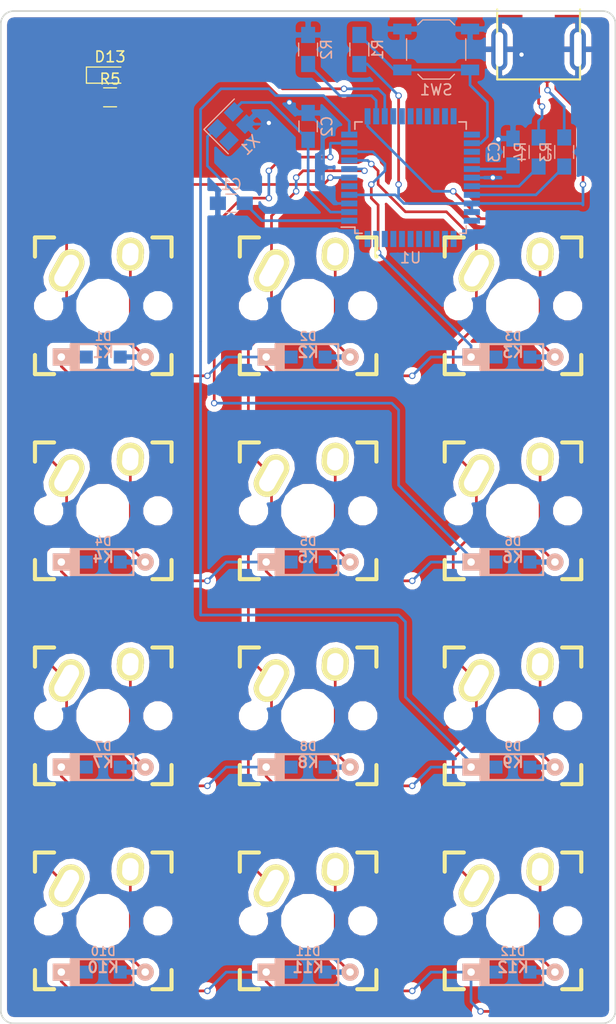
<source format=kicad_pcb>
(kicad_pcb (version 4) (host pcbnew 4.0.6)
  (layers (0 F.Cu signal) (31 B.Cu signal) (34 B.Paste user) (35 F.Paste user) (36 B.SilkS user) (37 F.SilkS user) (38 B.Mask user) (39 F.Mask user) (44 Edge.Cuts user))
  (net 0 "")
  (net 1 XTAL1)
  (net 2 GND)
  (net 3 XTAL2)
  (net 4 VCC)
  (net 5 "Net-(D1-Pad2)")
  (net 6 row0)
  (net 7 "Net-(D2-Pad2)")
  (net 8 "Net-(D3-Pad2)")
  (net 9 "Net-(D4-Pad2)")
  (net 10 row1)
  (net 11 "Net-(D5-Pad2)")
  (net 12 "Net-(D6-Pad2)")
  (net 13 "Net-(D7-Pad2)")
  (net 14 row2)
  (net 15 "Net-(D8-Pad2)")
  (net 16 "Net-(D9-Pad2)")
  (net 17 "Net-(D10-Pad2)")
  (net 18 row3)
  (net 19 "Net-(D11-Pad2)")
  (net 20 "Net-(D12-Pad2)")
  (net 21 "Net-(J1-Pad2)")
  (net 22 "Net-(J1-Pad3)")
  (net 23 "Net-(J1-Pad4)")
  (net 24 col0)
  (net 25 col1)
  (net 26 col2)
  (net 27 "Net-(R1-Pad2)")
  (net 28 "Net-(R2-Pad1)")
  (net 29 "Net-(R3-Pad2)")
  (net 30 "Net-(R4-Pad2)")
  (net 31 "Net-(U1-Pad5)")
  (net 32 "Net-(U1-Pad15)")
  (net 33 "Net-(U1-Pad16)")
  (net 34 "Net-(U1-Pad17)")
  (net 35 "Net-(U1-Pad18)")
  (net 36 "Net-(U1-Pad19)")
  (net 37 "Net-(U1-Pad20)")
  (net 38 "Net-(U1-Pad21)")
  (net 39 "Net-(U1-Pad22)")
  (net 40 "Net-(U1-Pad23)")
  (net 41 "Net-(U1-Pad25)")
  (net 42 "Net-(U1-Pad26)")
  (net 43 "Net-(C3-Pad2)")
  (net 44 "Net-(D13-Pad1)")
  (net 45 "Net-(D13-Pad2)")
  (module Capacitors_SMD:C_0805_HandSoldering (layer B.Cu) (at 128.5875 40.48125 180)
    (fp_text reference C1 (at 0 1.75 180) (layer B.SilkS) (effects (justify mirror)))
    (fp_text value 22p)
    (pad 1 smd rect (at -1.25 0 180) (size 1.5 1.25) (layers B.Cu B.Paste B.Mask) (net 1 XTAL1))
    (pad 2 smd rect (at 1.25 0 180) (size 1.5 1.25) (layers B.Cu B.Paste B.Mask) (net 2 GND))
  )
  (module Capacitors_SMD:C_0805_HandSoldering (layer B.Cu) (at 135.73125 33.3375 90)
    (fp_text reference C2 (at 0 1.75 90) (layer B.SilkS) (effects (justify mirror)))
    (fp_text value 22p)
    (pad 1 smd rect (at -1.25 0 90) (size 1.5 1.25) (layers B.Cu B.Paste B.Mask) (net 3 XTAL2))
    (pad 2 smd rect (at 1.25 0 90) (size 1.5 1.25) (layers B.Cu B.Paste B.Mask) (net 2 GND))
  )
  (module keyboard_parts:D_SOD123_axial (layer B.Cu) (at 116.68125 54.76875)
    (fp_text reference D1 (at 0 -1.925) (layer B.SilkS) (effects (font (size 0.8 0.8)) (justify mirror)))
    (fp_text value D hide)
    (pad 2 smd rect (at 1.575 0) (size 1.2 1.2) (layers B.Cu B.Paste B.Mask) (net 5 "Net-(D1-Pad2)"))
    (pad 1 smd rect (at -1.575 0) (size 1.2 1.2) (layers B.Cu B.Paste B.Mask) (net 6 row0))
    (pad 1 thru_hole rect (at -3.9 0) (size 1.6 1.6) (drill 0.7) (layers *.Cu *.Mask B.SilkS) (net 6 row0))
    (pad 2 thru_hole circle (at 3.9 0) (size 1.6 1.6) (drill 0.7) (layers *.Cu *.Mask B.SilkS) (net 5 "Net-(D1-Pad2)"))
    (pad 1 smd rect (at -2.7 0) (size 2.5 0.5) (layers B.Cu) (net 6 row0))
    (pad 2 smd rect (at 2.7 0) (size 2.5 0.5) (layers B.Cu) (net 5 "Net-(D1-Pad2)"))
  )
  (module keyboard_parts:D_SOD123_axial (layer B.Cu) (at 135.73125 54.76875)
    (fp_text reference D2 (at 0 -1.925) (layer B.SilkS) (effects (font (size 0.8 0.8)) (justify mirror)))
    (fp_text value D hide)
    (pad 2 smd rect (at 1.575 0) (size 1.2 1.2) (layers B.Cu B.Paste B.Mask) (net 7 "Net-(D2-Pad2)"))
    (pad 1 smd rect (at -1.575 0) (size 1.2 1.2) (layers B.Cu B.Paste B.Mask) (net 6 row0))
    (pad 1 thru_hole rect (at -3.9 0) (size 1.6 1.6) (drill 0.7) (layers *.Cu *.Mask B.SilkS) (net 6 row0))
    (pad 2 thru_hole circle (at 3.9 0) (size 1.6 1.6) (drill 0.7) (layers *.Cu *.Mask B.SilkS) (net 7 "Net-(D2-Pad2)"))
    (pad 1 smd rect (at -2.7 0) (size 2.5 0.5) (layers B.Cu) (net 6 row0))
    (pad 2 smd rect (at 2.7 0) (size 2.5 0.5) (layers B.Cu) (net 7 "Net-(D2-Pad2)"))
  )
  (module keyboard_parts:D_SOD123_axial (layer B.Cu) (at 154.78125 54.76875)
    (fp_text reference D3 (at 0 -1.925) (layer B.SilkS) (effects (font (size 0.8 0.8)) (justify mirror)))
    (fp_text value D hide)
    (pad 2 smd rect (at 1.575 0) (size 1.2 1.2) (layers B.Cu B.Paste B.Mask) (net 8 "Net-(D3-Pad2)"))
    (pad 1 smd rect (at -1.575 0) (size 1.2 1.2) (layers B.Cu B.Paste B.Mask) (net 6 row0))
    (pad 1 thru_hole rect (at -3.9 0) (size 1.6 1.6) (drill 0.7) (layers *.Cu *.Mask B.SilkS) (net 6 row0))
    (pad 2 thru_hole circle (at 3.9 0) (size 1.6 1.6) (drill 0.7) (layers *.Cu *.Mask B.SilkS) (net 8 "Net-(D3-Pad2)"))
    (pad 1 smd rect (at -2.7 0) (size 2.5 0.5) (layers B.Cu) (net 6 row0))
    (pad 2 smd rect (at 2.7 0) (size 2.5 0.5) (layers B.Cu) (net 8 "Net-(D3-Pad2)"))
  )
  (module keyboard_parts:D_SOD123_axial (layer B.Cu) (at 116.68125 73.81875)
    (fp_text reference D4 (at 0 -1.925) (layer B.SilkS) (effects (font (size 0.8 0.8)) (justify mirror)))
    (fp_text value D hide)
    (pad 2 smd rect (at 1.575 0) (size 1.2 1.2) (layers B.Cu B.Paste B.Mask) (net 9 "Net-(D4-Pad2)"))
    (pad 1 smd rect (at -1.575 0) (size 1.2 1.2) (layers B.Cu B.Paste B.Mask) (net 10 row1))
    (pad 1 thru_hole rect (at -3.9 0) (size 1.6 1.6) (drill 0.7) (layers *.Cu *.Mask B.SilkS) (net 10 row1))
    (pad 2 thru_hole circle (at 3.9 0) (size 1.6 1.6) (drill 0.7) (layers *.Cu *.Mask B.SilkS) (net 9 "Net-(D4-Pad2)"))
    (pad 1 smd rect (at -2.7 0) (size 2.5 0.5) (layers B.Cu) (net 10 row1))
    (pad 2 smd rect (at 2.7 0) (size 2.5 0.5) (layers B.Cu) (net 9 "Net-(D4-Pad2)"))
  )
  (module keyboard_parts:D_SOD123_axial (layer B.Cu) (at 135.73125 73.81875)
    (fp_text reference D5 (at 0 -1.925) (layer B.SilkS) (effects (font (size 0.8 0.8)) (justify mirror)))
    (fp_text value D hide)
    (pad 2 smd rect (at 1.575 0) (size 1.2 1.2) (layers B.Cu B.Paste B.Mask) (net 11 "Net-(D5-Pad2)"))
    (pad 1 smd rect (at -1.575 0) (size 1.2 1.2) (layers B.Cu B.Paste B.Mask) (net 10 row1))
    (pad 1 thru_hole rect (at -3.9 0) (size 1.6 1.6) (drill 0.7) (layers *.Cu *.Mask B.SilkS) (net 10 row1))
    (pad 2 thru_hole circle (at 3.9 0) (size 1.6 1.6) (drill 0.7) (layers *.Cu *.Mask B.SilkS) (net 11 "Net-(D5-Pad2)"))
    (pad 1 smd rect (at -2.7 0) (size 2.5 0.5) (layers B.Cu) (net 10 row1))
    (pad 2 smd rect (at 2.7 0) (size 2.5 0.5) (layers B.Cu) (net 11 "Net-(D5-Pad2)"))
  )
  (module keyboard_parts:D_SOD123_axial (layer B.Cu) (at 154.78125 73.81875)
    (fp_text reference D6 (at 0 -1.925) (layer B.SilkS) (effects (font (size 0.8 0.8)) (justify mirror)))
    (fp_text value D hide)
    (pad 2 smd rect (at 1.575 0) (size 1.2 1.2) (layers B.Cu B.Paste B.Mask) (net 12 "Net-(D6-Pad2)"))
    (pad 1 smd rect (at -1.575 0) (size 1.2 1.2) (layers B.Cu B.Paste B.Mask) (net 10 row1))
    (pad 1 thru_hole rect (at -3.9 0) (size 1.6 1.6) (drill 0.7) (layers *.Cu *.Mask B.SilkS) (net 10 row1))
    (pad 2 thru_hole circle (at 3.9 0) (size 1.6 1.6) (drill 0.7) (layers *.Cu *.Mask B.SilkS) (net 12 "Net-(D6-Pad2)"))
    (pad 1 smd rect (at -2.7 0) (size 2.5 0.5) (layers B.Cu) (net 10 row1))
    (pad 2 smd rect (at 2.7 0) (size 2.5 0.5) (layers B.Cu) (net 12 "Net-(D6-Pad2)"))
  )
  (module keyboard_parts:D_SOD123_axial (layer B.Cu) (at 116.68125 92.86875)
    (fp_text reference D7 (at 0 -1.925) (layer B.SilkS) (effects (font (size 0.8 0.8)) (justify mirror)))
    (fp_text value D hide)
    (pad 2 smd rect (at 1.575 0) (size 1.2 1.2) (layers B.Cu B.Paste B.Mask) (net 13 "Net-(D7-Pad2)"))
    (pad 1 smd rect (at -1.575 0) (size 1.2 1.2) (layers B.Cu B.Paste B.Mask) (net 14 row2))
    (pad 1 thru_hole rect (at -3.9 0) (size 1.6 1.6) (drill 0.7) (layers *.Cu *.Mask B.SilkS) (net 14 row2))
    (pad 2 thru_hole circle (at 3.9 0) (size 1.6 1.6) (drill 0.7) (layers *.Cu *.Mask B.SilkS) (net 13 "Net-(D7-Pad2)"))
    (pad 1 smd rect (at -2.7 0) (size 2.5 0.5) (layers B.Cu) (net 14 row2))
    (pad 2 smd rect (at 2.7 0) (size 2.5 0.5) (layers B.Cu) (net 13 "Net-(D7-Pad2)"))
  )
  (module keyboard_parts:D_SOD123_axial (layer B.Cu) (at 135.73125 92.86875)
    (fp_text reference D8 (at 0 -1.925) (layer B.SilkS) (effects (font (size 0.8 0.8)) (justify mirror)))
    (fp_text value D hide)
    (pad 2 smd rect (at 1.575 0) (size 1.2 1.2) (layers B.Cu B.Paste B.Mask) (net 15 "Net-(D8-Pad2)"))
    (pad 1 smd rect (at -1.575 0) (size 1.2 1.2) (layers B.Cu B.Paste B.Mask) (net 14 row2))
    (pad 1 thru_hole rect (at -3.9 0) (size 1.6 1.6) (drill 0.7) (layers *.Cu *.Mask B.SilkS) (net 14 row2))
    (pad 2 thru_hole circle (at 3.9 0) (size 1.6 1.6) (drill 0.7) (layers *.Cu *.Mask B.SilkS) (net 15 "Net-(D8-Pad2)"))
    (pad 1 smd rect (at -2.7 0) (size 2.5 0.5) (layers B.Cu) (net 14 row2))
    (pad 2 smd rect (at 2.7 0) (size 2.5 0.5) (layers B.Cu) (net 15 "Net-(D8-Pad2)"))
  )
  (module keyboard_parts:D_SOD123_axial (layer B.Cu) (at 154.78125 92.86875)
    (fp_text reference D9 (at 0 -1.925) (layer B.SilkS) (effects (font (size 0.8 0.8)) (justify mirror)))
    (fp_text value D hide)
    (pad 2 smd rect (at 1.575 0) (size 1.2 1.2) (layers B.Cu B.Paste B.Mask) (net 16 "Net-(D9-Pad2)"))
    (pad 1 smd rect (at -1.575 0) (size 1.2 1.2) (layers B.Cu B.Paste B.Mask) (net 14 row2))
    (pad 1 thru_hole rect (at -3.9 0) (size 1.6 1.6) (drill 0.7) (layers *.Cu *.Mask B.SilkS) (net 14 row2))
    (pad 2 thru_hole circle (at 3.9 0) (size 1.6 1.6) (drill 0.7) (layers *.Cu *.Mask B.SilkS) (net 16 "Net-(D9-Pad2)"))
    (pad 1 smd rect (at -2.7 0) (size 2.5 0.5) (layers B.Cu) (net 14 row2))
    (pad 2 smd rect (at 2.7 0) (size 2.5 0.5) (layers B.Cu) (net 16 "Net-(D9-Pad2)"))
  )
  (module keyboard_parts:D_SOD123_axial (layer B.Cu) (at 116.68125 111.91875)
    (fp_text reference D10 (at 0 -1.925) (layer B.SilkS) (effects (font (size 0.8 0.8)) (justify mirror)))
    (fp_text value D hide)
    (pad 2 smd rect (at 1.575 0) (size 1.2 1.2) (layers B.Cu B.Paste B.Mask) (net 17 "Net-(D10-Pad2)"))
    (pad 1 smd rect (at -1.575 0) (size 1.2 1.2) (layers B.Cu B.Paste B.Mask) (net 18 row3))
    (pad 1 thru_hole rect (at -3.9 0) (size 1.6 1.6) (drill 0.7) (layers *.Cu *.Mask B.SilkS) (net 18 row3))
    (pad 2 thru_hole circle (at 3.9 0) (size 1.6 1.6) (drill 0.7) (layers *.Cu *.Mask B.SilkS) (net 17 "Net-(D10-Pad2)"))
    (pad 1 smd rect (at -2.7 0) (size 2.5 0.5) (layers B.Cu) (net 18 row3))
    (pad 2 smd rect (at 2.7 0) (size 2.5 0.5) (layers B.Cu) (net 17 "Net-(D10-Pad2)"))
  )
  (module keyboard_parts:D_SOD123_axial (layer B.Cu) (at 135.73125 111.91875)
    (fp_text reference D11 (at 0 -1.925) (layer B.SilkS) (effects (font (size 0.8 0.8)) (justify mirror)))
    (fp_text value D hide)
    (pad 2 smd rect (at 1.575 0) (size 1.2 1.2) (layers B.Cu B.Paste B.Mask) (net 19 "Net-(D11-Pad2)"))
    (pad 1 smd rect (at -1.575 0) (size 1.2 1.2) (layers B.Cu B.Paste B.Mask) (net 18 row3))
    (pad 1 thru_hole rect (at -3.9 0) (size 1.6 1.6) (drill 0.7) (layers *.Cu *.Mask B.SilkS) (net 18 row3))
    (pad 2 thru_hole circle (at 3.9 0) (size 1.6 1.6) (drill 0.7) (layers *.Cu *.Mask B.SilkS) (net 19 "Net-(D11-Pad2)"))
    (pad 1 smd rect (at -2.7 0) (size 2.5 0.5) (layers B.Cu) (net 18 row3))
    (pad 2 smd rect (at 2.7 0) (size 2.5 0.5) (layers B.Cu) (net 19 "Net-(D11-Pad2)"))
  )
  (module keyboard_parts:D_SOD123_axial (layer B.Cu) (at 154.78125 111.91875)
    (fp_text reference D12 (at 0 -1.925) (layer B.SilkS) (effects (font (size 0.8 0.8)) (justify mirror)))
    (fp_text value D hide)
    (pad 2 smd rect (at 1.575 0) (size 1.2 1.2) (layers B.Cu B.Paste B.Mask) (net 20 "Net-(D12-Pad2)"))
    (pad 1 smd rect (at -1.575 0) (size 1.2 1.2) (layers B.Cu B.Paste B.Mask) (net 18 row3))
    (pad 1 thru_hole rect (at -3.9 0) (size 1.6 1.6) (drill 0.7) (layers *.Cu *.Mask B.SilkS) (net 18 row3))
    (pad 2 thru_hole circle (at 3.9 0) (size 1.6 1.6) (drill 0.7) (layers *.Cu *.Mask B.SilkS) (net 20 "Net-(D12-Pad2)"))
    (pad 1 smd rect (at -2.7 0) (size 2.5 0.5) (layers B.Cu) (net 18 row3))
    (pad 2 smd rect (at 2.7 0) (size 2.5 0.5) (layers B.Cu) (net 20 "Net-(D12-Pad2)"))
  )
  (module keyboard_parts:USB_miniB_hirose_5S8 (layer F.Cu) (at 157.1625 28.575 180)
    (fp_text reference J1 hide)
    (fp_text value USB_mini_micro_B hide)
    (pad 6 smd rect (at 2.675 5.2 180) (size 2.35 0.8) (layers F.Cu F.Paste F.Mask) (net 2 GND))
    (pad 6 smd rect (at -2.675 5.2 180) (size 2.35 0.8) (layers F.Cu F.Paste F.Mask) (net 2 GND))
    (pad 1 smd rect (at -1.6 0 180) (size 0.5 1.4) (layers F.Cu F.Paste F.Mask) (net 4 VCC))
    (pad 2 smd rect (at -0.8 0 180) (size 0.5 1.4) (layers F.Cu F.Paste F.Mask) (net 21 "Net-(J1-Pad2)"))
    (pad 3 smd rect (at 0 0 180) (size 0.5 1.4) (layers F.Cu F.Paste F.Mask) (net 22 "Net-(J1-Pad3)"))
    (pad 4 smd rect (at 0.8 0 180) (size 0.5 1.4) (layers F.Cu F.Paste F.Mask) (net 23 "Net-(J1-Pad4)"))
    (pad 5 smd rect (at 1.6 0 180) (size 0.5 1.4) (layers F.Cu F.Paste F.Mask) (net 2 GND))
    (pad 6 thru_hole oval (at -3.65 2.4 180) (size 1.5 4) (drill oval 0.7 3.2) (layers *.Cu *.Mask F.Paste) (net 2 GND))
    (pad 6 thru_hole oval (at 3.65 2.4 180) (size 1.5 4) (drill oval 0.7 3.2) (layers *.Cu *.Mask F.Paste) (net 2 GND))
  )
  (module keebs:Mx_Alps_100 (layer F.Cu) (at 116.68125 50.00625)
    (fp_text reference K1 (at 0 4.318) (layer B.SilkS) (effects (font (thickness 0.2)) (justify mirror)))
    (fp_text value KEYSW hide)
    (pad HOLE np_thru_hole circle (at 0 0) (size 3.9878 3.9878) (drill 3.9878) (layers *.Cu))
    (pad HOLE np_thru_hole circle (at -5.08 0) (size 1.7018 1.7018) (drill 1.7018) (layers *.Cu))
    (pad HOLE np_thru_hole circle (at 5.08 0) (size 1.7018 1.7018) (drill 1.7018) (layers *.Cu))
    (pad 1 thru_hole oval (at -3.405 -3.27 330.95) (size 2.5 4.17) (drill oval 1.5 3.17) (layers *.Cu *.Mask F.SilkS) (net 24 col0))
    (pad 2 thru_hole oval (at 2.52 -4.79 356.1) (size 2.5 3.08) (drill oval 1.5 2.08) (layers *.Cu *.Mask F.SilkS) (net 5 "Net-(D1-Pad2)"))
  )
  (module keebs:Mx_Alps_100 (layer F.Cu) (at 135.73125 50.00625)
    (fp_text reference K2 (at 0 4.318) (layer B.SilkS) (effects (font (thickness 0.2)) (justify mirror)))
    (fp_text value KEYSW hide)
    (pad HOLE np_thru_hole circle (at 0 0) (size 3.9878 3.9878) (drill 3.9878) (layers *.Cu))
    (pad HOLE np_thru_hole circle (at -5.08 0) (size 1.7018 1.7018) (drill 1.7018) (layers *.Cu))
    (pad HOLE np_thru_hole circle (at 5.08 0) (size 1.7018 1.7018) (drill 1.7018) (layers *.Cu))
    (pad 1 thru_hole oval (at -3.405 -3.27 330.95) (size 2.5 4.17) (drill oval 1.5 3.17) (layers *.Cu *.Mask F.SilkS) (net 25 col1))
    (pad 2 thru_hole oval (at 2.52 -4.79 356.1) (size 2.5 3.08) (drill oval 1.5 2.08) (layers *.Cu *.Mask F.SilkS) (net 7 "Net-(D2-Pad2)"))
  )
  (module keebs:Mx_Alps_100 (layer F.Cu) (at 154.78125 50.00625)
    (fp_text reference K3 (at 0 4.318) (layer B.SilkS) (effects (font (thickness 0.2)) (justify mirror)))
    (fp_text value KEYSW hide)
    (pad HOLE np_thru_hole circle (at 0 0) (size 3.9878 3.9878) (drill 3.9878) (layers *.Cu))
    (pad HOLE np_thru_hole circle (at -5.08 0) (size 1.7018 1.7018) (drill 1.7018) (layers *.Cu))
    (pad HOLE np_thru_hole circle (at 5.08 0) (size 1.7018 1.7018) (drill 1.7018) (layers *.Cu))
    (pad 1 thru_hole oval (at -3.405 -3.27 330.95) (size 2.5 4.17) (drill oval 1.5 3.17) (layers *.Cu *.Mask F.SilkS) (net 26 col2))
    (pad 2 thru_hole oval (at 2.52 -4.79 356.1) (size 2.5 3.08) (drill oval 1.5 2.08) (layers *.Cu *.Mask F.SilkS) (net 8 "Net-(D3-Pad2)"))
  )
  (module keebs:Mx_Alps_100 (layer F.Cu) (at 116.68125 69.05625)
    (fp_text reference K4 (at 0 4.318) (layer B.SilkS) (effects (font (thickness 0.2)) (justify mirror)))
    (fp_text value KEYSW hide)
    (pad HOLE np_thru_hole circle (at 0 0) (size 3.9878 3.9878) (drill 3.9878) (layers *.Cu))
    (pad HOLE np_thru_hole circle (at -5.08 0) (size 1.7018 1.7018) (drill 1.7018) (layers *.Cu))
    (pad HOLE np_thru_hole circle (at 5.08 0) (size 1.7018 1.7018) (drill 1.7018) (layers *.Cu))
    (pad 1 thru_hole oval (at -3.405 -3.27 330.95) (size 2.5 4.17) (drill oval 1.5 3.17) (layers *.Cu *.Mask F.SilkS) (net 24 col0))
    (pad 2 thru_hole oval (at 2.52 -4.79 356.1) (size 2.5 3.08) (drill oval 1.5 2.08) (layers *.Cu *.Mask F.SilkS) (net 9 "Net-(D4-Pad2)"))
  )
  (module keebs:Mx_Alps_100 (layer F.Cu) (at 135.73125 69.05625)
    (fp_text reference K5 (at 0 4.318) (layer B.SilkS) (effects (font (thickness 0.2)) (justify mirror)))
    (fp_text value KEYSW hide)
    (pad HOLE np_thru_hole circle (at 0 0) (size 3.9878 3.9878) (drill 3.9878) (layers *.Cu))
    (pad HOLE np_thru_hole circle (at -5.08 0) (size 1.7018 1.7018) (drill 1.7018) (layers *.Cu))
    (pad HOLE np_thru_hole circle (at 5.08 0) (size 1.7018 1.7018) (drill 1.7018) (layers *.Cu))
    (pad 1 thru_hole oval (at -3.405 -3.27 330.95) (size 2.5 4.17) (drill oval 1.5 3.17) (layers *.Cu *.Mask F.SilkS) (net 25 col1))
    (pad 2 thru_hole oval (at 2.52 -4.79 356.1) (size 2.5 3.08) (drill oval 1.5 2.08) (layers *.Cu *.Mask F.SilkS) (net 11 "Net-(D5-Pad2)"))
  )
  (module keebs:Mx_Alps_100 (layer F.Cu) (at 154.78125 69.05625)
    (fp_text reference K6 (at 0 4.318) (layer B.SilkS) (effects (font (thickness 0.2)) (justify mirror)))
    (fp_text value KEYSW hide)
    (pad HOLE np_thru_hole circle (at 0 0) (size 3.9878 3.9878) (drill 3.9878) (layers *.Cu))
    (pad HOLE np_thru_hole circle (at -5.08 0) (size 1.7018 1.7018) (drill 1.7018) (layers *.Cu))
    (pad HOLE np_thru_hole circle (at 5.08 0) (size 1.7018 1.7018) (drill 1.7018) (layers *.Cu))
    (pad 1 thru_hole oval (at -3.405 -3.27 330.95) (size 2.5 4.17) (drill oval 1.5 3.17) (layers *.Cu *.Mask F.SilkS) (net 26 col2))
    (pad 2 thru_hole oval (at 2.52 -4.79 356.1) (size 2.5 3.08) (drill oval 1.5 2.08) (layers *.Cu *.Mask F.SilkS) (net 12 "Net-(D6-Pad2)"))
  )
  (module keebs:Mx_Alps_100 (layer F.Cu) (at 116.68125 88.10625)
    (fp_text reference K7 (at 0 4.318) (layer B.SilkS) (effects (font (thickness 0.2)) (justify mirror)))
    (fp_text value KEYSW hide)
    (pad HOLE np_thru_hole circle (at 0 0) (size 3.9878 3.9878) (drill 3.9878) (layers *.Cu))
    (pad HOLE np_thru_hole circle (at -5.08 0) (size 1.7018 1.7018) (drill 1.7018) (layers *.Cu))
    (pad HOLE np_thru_hole circle (at 5.08 0) (size 1.7018 1.7018) (drill 1.7018) (layers *.Cu))
    (pad 1 thru_hole oval (at -3.405 -3.27 330.95) (size 2.5 4.17) (drill oval 1.5 3.17) (layers *.Cu *.Mask F.SilkS) (net 24 col0))
    (pad 2 thru_hole oval (at 2.52 -4.79 356.1) (size 2.5 3.08) (drill oval 1.5 2.08) (layers *.Cu *.Mask F.SilkS) (net 13 "Net-(D7-Pad2)"))
  )
  (module keebs:Mx_Alps_100 (layer F.Cu) (at 135.73125 88.10625)
    (fp_text reference K8 (at 0 4.318) (layer B.SilkS) (effects (font (thickness 0.2)) (justify mirror)))
    (fp_text value KEYSW hide)
    (pad HOLE np_thru_hole circle (at 0 0) (size 3.9878 3.9878) (drill 3.9878) (layers *.Cu))
    (pad HOLE np_thru_hole circle (at -5.08 0) (size 1.7018 1.7018) (drill 1.7018) (layers *.Cu))
    (pad HOLE np_thru_hole circle (at 5.08 0) (size 1.7018 1.7018) (drill 1.7018) (layers *.Cu))
    (pad 1 thru_hole oval (at -3.405 -3.27 330.95) (size 2.5 4.17) (drill oval 1.5 3.17) (layers *.Cu *.Mask F.SilkS) (net 25 col1))
    (pad 2 thru_hole oval (at 2.52 -4.79 356.1) (size 2.5 3.08) (drill oval 1.5 2.08) (layers *.Cu *.Mask F.SilkS) (net 15 "Net-(D8-Pad2)"))
  )
  (module keebs:Mx_Alps_100 (layer F.Cu) (at 154.78125 88.10625)
    (fp_text reference K9 (at 0 4.318) (layer B.SilkS) (effects (font (thickness 0.2)) (justify mirror)))
    (fp_text value KEYSW hide)
    (pad HOLE np_thru_hole circle (at 0 0) (size 3.9878 3.9878) (drill 3.9878) (layers *.Cu))
    (pad HOLE np_thru_hole circle (at -5.08 0) (size 1.7018 1.7018) (drill 1.7018) (layers *.Cu))
    (pad HOLE np_thru_hole circle (at 5.08 0) (size 1.7018 1.7018) (drill 1.7018) (layers *.Cu))
    (pad 1 thru_hole oval (at -3.405 -3.27 330.95) (size 2.5 4.17) (drill oval 1.5 3.17) (layers *.Cu *.Mask F.SilkS) (net 26 col2))
    (pad 2 thru_hole oval (at 2.52 -4.79 356.1) (size 2.5 3.08) (drill oval 1.5 2.08) (layers *.Cu *.Mask F.SilkS) (net 16 "Net-(D9-Pad2)"))
  )
  (module keebs:Mx_Alps_100 (layer F.Cu) (at 116.68125 107.15625)
    (fp_text reference K10 (at 0 4.318) (layer B.SilkS) (effects (font (thickness 0.2)) (justify mirror)))
    (fp_text value KEYSW hide)
    (pad HOLE np_thru_hole circle (at 0 0) (size 3.9878 3.9878) (drill 3.9878) (layers *.Cu))
    (pad HOLE np_thru_hole circle (at -5.08 0) (size 1.7018 1.7018) (drill 1.7018) (layers *.Cu))
    (pad HOLE np_thru_hole circle (at 5.08 0) (size 1.7018 1.7018) (drill 1.7018) (layers *.Cu))
    (pad 1 thru_hole oval (at -3.405 -3.27 330.95) (size 2.5 4.17) (drill oval 1.5 3.17) (layers *.Cu *.Mask F.SilkS) (net 24 col0))
    (pad 2 thru_hole oval (at 2.52 -4.79 356.1) (size 2.5 3.08) (drill oval 1.5 2.08) (layers *.Cu *.Mask F.SilkS) (net 17 "Net-(D10-Pad2)"))
  )
  (module keebs:Mx_Alps_100 (layer F.Cu) (at 135.73125 107.15625)
    (fp_text reference K11 (at 0 4.318) (layer B.SilkS) (effects (font (thickness 0.2)) (justify mirror)))
    (fp_text value KEYSW hide)
    (pad HOLE np_thru_hole circle (at 0 0) (size 3.9878 3.9878) (drill 3.9878) (layers *.Cu))
    (pad HOLE np_thru_hole circle (at -5.08 0) (size 1.7018 1.7018) (drill 1.7018) (layers *.Cu))
    (pad HOLE np_thru_hole circle (at 5.08 0) (size 1.7018 1.7018) (drill 1.7018) (layers *.Cu))
    (pad 1 thru_hole oval (at -3.405 -3.27 330.95) (size 2.5 4.17) (drill oval 1.5 3.17) (layers *.Cu *.Mask F.SilkS) (net 25 col1))
    (pad 2 thru_hole oval (at 2.52 -4.79 356.1) (size 2.5 3.08) (drill oval 1.5 2.08) (layers *.Cu *.Mask F.SilkS) (net 19 "Net-(D11-Pad2)"))
  )
  (module keebs:Mx_Alps_100 (layer F.Cu) (at 154.78125 107.15625)
    (fp_text reference K12 (at 0 4.318) (layer B.SilkS) (effects (font (thickness 0.2)) (justify mirror)))
    (fp_text value KEYSW hide)
    (pad HOLE np_thru_hole circle (at 0 0) (size 3.9878 3.9878) (drill 3.9878) (layers *.Cu))
    (pad HOLE np_thru_hole circle (at -5.08 0) (size 1.7018 1.7018) (drill 1.7018) (layers *.Cu))
    (pad HOLE np_thru_hole circle (at 5.08 0) (size 1.7018 1.7018) (drill 1.7018) (layers *.Cu))
    (pad 1 thru_hole oval (at -3.405 -3.27 330.95) (size 2.5 4.17) (drill oval 1.5 3.17) (layers *.Cu *.Mask F.SilkS) (net 26 col2))
    (pad 2 thru_hole oval (at 2.52 -4.79 356.1) (size 2.5 3.08) (drill oval 1.5 2.08) (layers *.Cu *.Mask F.SilkS) (net 20 "Net-(D12-Pad2)"))
  )
  (module Resistors_SMD:R_0805_HandSoldering (layer B.Cu) (at 140.49375 26.19375 90)
    (fp_text reference R1 (at 0 1.7 90) (layer B.SilkS) (effects (justify mirror)))
    (fp_text value 10k)
    (pad 1 smd rect (at -1.35 0 90) (size 1.5 1.3) (layers B.Cu B.Paste B.Mask) (net 4 VCC))
    (pad 2 smd rect (at 1.35 0 90) (size 1.5 1.3) (layers B.Cu B.Paste B.Mask) (net 27 "Net-(R1-Pad2)"))
  )
  (module Resistors_SMD:R_0805_HandSoldering (layer B.Cu) (at 135.73125 26.19375 90)
    (fp_text reference R2 (at 0 1.7 90) (layer B.SilkS) (effects (justify mirror)))
    (fp_text value 10k)
    (pad 1 smd rect (at -1.35 0 90) (size 1.5 1.3) (layers B.Cu B.Paste B.Mask) (net 28 "Net-(R2-Pad1)"))
    (pad 2 smd rect (at 1.35 0 90) (size 1.5 1.3) (layers B.Cu B.Paste B.Mask) (net 2 GND))
  )
  (module Resistors_SMD:R_0805_HandSoldering (layer B.Cu) (at 159.54375 35.71875 270)
    (fp_text reference R3 (at 0 1.7 270) (layer B.SilkS) (effects (justify mirror)))
    (fp_text value 22)
    (pad 1 smd rect (at -1.35 0 270) (size 1.5 1.3) (layers B.Cu B.Paste B.Mask) (net 21 "Net-(J1-Pad2)"))
    (pad 2 smd rect (at 1.35 0 270) (size 1.5 1.3) (layers B.Cu B.Paste B.Mask) (net 29 "Net-(R3-Pad2)"))
  )
  (module Resistors_SMD:R_0805_HandSoldering (layer B.Cu) (at 157.1625 35.71875 270)
    (fp_text reference R4 (at 0 1.7 270) (layer B.SilkS) (effects (justify mirror)))
    (fp_text value 22)
    (pad 1 smd rect (at -1.35 0 270) (size 1.5 1.3) (layers B.Cu B.Paste B.Mask) (net 22 "Net-(J1-Pad3)"))
    (pad 2 smd rect (at 1.35 0 270) (size 1.5 1.3) (layers B.Cu B.Paste B.Mask) (net 30 "Net-(R4-Pad2)"))
  )
  (module Buttons_Switches_SMD:SW_SPST_TL3342 (layer B.Cu) (at 147.6375 26.19375)
    (fp_text reference SW1 (at 0 3.75) (layer B.SilkS) (effects (justify mirror)))
    (fp_text value SW_PUSH)
    (pad 1 smd rect (at -3.15 1.9) (size 1.7 1) (layers B.Cu B.Paste B.Mask) (net 27 "Net-(R1-Pad2)"))
    (pad 1 smd rect (at 3.15 1.9) (size 1.7 1) (layers B.Cu B.Paste B.Mask) (net 27 "Net-(R1-Pad2)"))
    (pad 2 smd rect (at -3.15 -1.9) (size 1.7 1) (layers B.Cu B.Paste B.Mask) (net 2 GND))
    (pad 2 smd rect (at 3.15 -1.9) (size 1.7 1) (layers B.Cu B.Paste B.Mask) (net 2 GND))
  )
  (module Housings_QFP:TQFP-44_10x10mm_Pitch0.8mm (layer B.Cu) (at 145.25625 38.1)
    (fp_text reference U1 (at 0 7.45) (layer B.SilkS) (effects (justify mirror)))
    (fp_text value ATMEGA32U2)
    (pad 1 smd rect (at -5.7 4) (size 1.5 0.55) (layers B.Cu B.Paste B.Mask) (net 1 XTAL1))
    (pad 2 smd rect (at -5.7 3.2) (size 1.5 0.55) (layers B.Cu B.Paste B.Mask) (net 3 XTAL2))
    (pad 3 smd rect (at -5.7 2.4) (size 1.5 0.55) (layers B.Cu B.Paste B.Mask) (net 2 GND))
    (pad 4 smd rect (at -5.7 1.6) (size 1.5 0.55) (layers B.Cu B.Paste B.Mask) (net 4 VCC))
    (pad 5 smd rect (at -5.7 0.8) (size 1.5 0.55) (layers B.Cu B.Paste B.Mask) (net 31 "Net-(U1-Pad5)"))
    (pad 6 smd rect (at -5.7 0) (size 1.5 0.55) (layers B.Cu B.Paste B.Mask) (net 24 col0))
    (pad 7 smd rect (at -5.7 -0.8) (size 1.5 0.55) (layers B.Cu B.Paste B.Mask) (net 25 col1))
    (pad 8 smd rect (at -5.7 -1.6) (size 1.5 0.55) (layers B.Cu B.Paste B.Mask) (net 26 col2))
    (pad 9 smd rect (at -5.7 -2.4) (size 1.5 0.55) (layers B.Cu B.Paste B.Mask) (net 6 row0))
    (pad 10 smd rect (at -5.7 -3.2) (size 1.5 0.55) (layers B.Cu B.Paste B.Mask) (net 10 row1))
    (pad 11 smd rect (at -5.7 -4) (size 1.5 0.55) (layers B.Cu B.Paste B.Mask) (net 14 row2))
    (pad 12 smd rect (at -4 -5.7 270) (size 1.5 0.55) (layers B.Cu B.Paste B.Mask) (net 18 row3))
    (pad 13 smd rect (at -3.2 -5.7 270) (size 1.5 0.55) (layers B.Cu B.Paste B.Mask) (net 28 "Net-(R2-Pad1)"))
    (pad 14 smd rect (at -2.4 -5.7 270) (size 1.5 0.55) (layers B.Cu B.Paste B.Mask) (net 45 "Net-(D13-Pad2)"))
    (pad 15 smd rect (at -1.6 -5.7 270) (size 1.5 0.55) (layers B.Cu B.Paste B.Mask) (net 32 "Net-(U1-Pad15)"))
    (pad 16 smd rect (at -0.8 -5.7 270) (size 1.5 0.55) (layers B.Cu B.Paste B.Mask) (net 33 "Net-(U1-Pad16)"))
    (pad 17 smd rect (at 0 -5.7 270) (size 1.5 0.55) (layers B.Cu B.Paste B.Mask) (net 34 "Net-(U1-Pad17)"))
    (pad 18 smd rect (at 0.8 -5.7 270) (size 1.5 0.55) (layers B.Cu B.Paste B.Mask) (net 35 "Net-(U1-Pad18)"))
    (pad 19 smd rect (at 1.6 -5.7 270) (size 1.5 0.55) (layers B.Cu B.Paste B.Mask) (net 36 "Net-(U1-Pad19)"))
    (pad 20 smd rect (at 2.4 -5.7 270) (size 1.5 0.55) (layers B.Cu B.Paste B.Mask) (net 37 "Net-(U1-Pad20)"))
    (pad 21 smd rect (at 3.2 -5.7 270) (size 1.5 0.55) (layers B.Cu B.Paste B.Mask) (net 38 "Net-(U1-Pad21)"))
    (pad 22 smd rect (at 4 -5.7 270) (size 1.5 0.55) (layers B.Cu B.Paste B.Mask) (net 39 "Net-(U1-Pad22)"))
    (pad 23 smd rect (at 5.7 -4) (size 1.5 0.55) (layers B.Cu B.Paste B.Mask) (net 40 "Net-(U1-Pad23)"))
    (pad 24 smd rect (at 5.7 -3.2) (size 1.5 0.55) (layers B.Cu B.Paste B.Mask) (net 27 "Net-(R1-Pad2)"))
    (pad 25 smd rect (at 5.7 -2.4) (size 1.5 0.55) (layers B.Cu B.Paste B.Mask) (net 41 "Net-(U1-Pad25)"))
    (pad 26 smd rect (at 5.7 -1.6) (size 1.5 0.55) (layers B.Cu B.Paste B.Mask) (net 42 "Net-(U1-Pad26)"))
    (pad 27 smd rect (at 5.7 -0.8) (size 1.5 0.55) (layers B.Cu B.Paste B.Mask) (net 43 "Net-(C3-Pad2)"))
    (pad 28 smd rect (at 5.7 0) (size 1.5 0.55) (layers B.Cu B.Paste B.Mask) (net 2 GND))
    (pad 29 smd rect (at 5.7 0.8) (size 1.5 0.55) (layers B.Cu B.Paste B.Mask) (net 30 "Net-(R4-Pad2)"))
    (pad 30 smd rect (at 5.7 1.6) (size 1.5 0.55) (layers B.Cu B.Paste B.Mask) (net 29 "Net-(R3-Pad2)"))
    (pad 31 smd rect (at 5.7 2.4) (size 1.5 0.55) (layers B.Cu B.Paste B.Mask) (net 4 VCC))
    (pad 32 smd rect (at 5.7 3.2) (size 1.5 0.55) (layers B.Cu B.Paste B.Mask) (net 4 VCC))
    (pad 33 smd rect (at 5.7 4) (size 1.5 0.55) (layers B.Cu B.Paste B.Mask))
    (pad 34 smd rect (at 4 5.7 270) (size 1.5 0.55) (layers B.Cu B.Paste B.Mask))
    (pad 35 smd rect (at 3.2 5.7 270) (size 1.5 0.55) (layers B.Cu B.Paste B.Mask))
    (pad 36 smd rect (at 2.4 5.7 270) (size 1.5 0.55) (layers B.Cu B.Paste B.Mask))
    (pad 37 smd rect (at 1.6 5.7 270) (size 1.5 0.55) (layers B.Cu B.Paste B.Mask))
    (pad 38 smd rect (at 0.8 5.7 270) (size 1.5 0.55) (layers B.Cu B.Paste B.Mask))
    (pad 39 smd rect (at 0 5.7 270) (size 1.5 0.55) (layers B.Cu B.Paste B.Mask))
    (pad 40 smd rect (at -0.8 5.7 270) (size 1.5 0.55) (layers B.Cu B.Paste B.Mask))
    (pad 41 smd rect (at -1.6 5.7 270) (size 1.5 0.55) (layers B.Cu B.Paste B.Mask))
    (pad 42 smd rect (at -2.4 5.7 270) (size 1.5 0.55) (layers B.Cu B.Paste B.Mask))
    (pad 43 smd rect (at -3.2 5.7 270) (size 1.5 0.55) (layers B.Cu B.Paste B.Mask))
    (pad 44 smd rect (at -4 5.7 270) (size 1.5 0.55) (layers B.Cu B.Paste B.Mask))
  )
  (module Crystals:Crystal_SMD_SeikoEpson_FA238-4pin_3.2x2.5mm (layer B.Cu) (at 128.5875 33.3375 45)
    (fp_text reference X1 (at 0 2.45 45) (layer B.SilkS) (effects (justify mirror)))
    (fp_text value XTAL_GND)
    (pad 1 smd rect (at -1.1 -0.8 45) (size 1.4 1.2) (layers B.Cu B.Paste B.Mask) (net 1 XTAL1))
    (pad 2 smd rect (at 1.1 -0.8 45) (size 1.4 1.2) (layers B.Cu B.Paste B.Mask) (net 3 XTAL2))
    (pad 3 smd rect (at 1.1 0.8 45) (size 1.4 1.2) (layers B.Cu B.Paste B.Mask) (net 2 GND))
    (pad 4 smd rect (at -1.1 0.8 45) (size 1.4 1.2) (layers B.Cu B.Paste B.Mask))
  )
  (module Capacitors_SMD:C_0805_HandSoldering (layer B.Cu) (at 154.78125 35.71875 270)
    (fp_text reference C3 (at 0 1.75 270) (layer B.SilkS) (effects (justify mirror)))
    (fp_text value 1u)
    (pad 1 smd rect (at -1.25 0 270) (size 1.5 1.25) (layers B.Cu B.Paste B.Mask) (net 2 GND))
    (pad 2 smd rect (at 1.25 0 270) (size 1.5 1.25) (layers B.Cu B.Paste B.Mask) (net 43 "Net-(C3-Pad2)"))
  )
  (module LEDs:LED_0805_HandSoldering (layer F.Cu) (at 117.31625 28.575)
    (fp_text reference D13 (at 0 -1.7) (layer F.SilkS))
    (fp_text value LED_ALT)
    (pad 1 smd rect (at -1.35 0) (size 1.5 1.3) (layers F.Cu F.Paste F.Mask) (net 44 "Net-(D13-Pad1)"))
    (pad 2 smd rect (at 1.35 0) (size 1.5 1.3) (layers F.Cu F.Paste F.Mask) (net 45 "Net-(D13-Pad2)"))
  )
  (module Resistors_SMD:R_0805_HandSoldering (layer F.Cu) (at 117.31625 30.63875)
    (fp_text reference R5 (at 0 -1.7) (layer F.SilkS))
    (fp_text value 10k)
    (pad 1 smd rect (at -1.35 0) (size 1.5 1.3) (layers F.Cu F.Paste F.Mask) (net 44 "Net-(D13-Pad1)"))
    (pad 2 smd rect (at 1.35 0) (size 1.5 1.3) (layers F.Cu F.Paste F.Mask) (net 2 GND))
  )
  (gr_line (start 108.346875 116.68125) (end 163.115625 116.68125) (angle 90) (layer Edge.Cuts) (width 0.15))
  (gr_line (start 107.15625 23.8125) (end 107.15625 115.490625) (angle 90) (layer Edge.Cuts) (width 0.15))
  (gr_line (start 163.115625 22.621875) (end 108.346875 22.621875) (angle 90) (layer Edge.Cuts) (width 0.15))
  (gr_line (start 164.30625 115.490625) (end 164.30625 23.8125) (angle 90) (layer Edge.Cuts) (width 0.15))
  (gr_arc (start 163.115625 115.490625) (end 164.30625 115.490625) (angle 90) (layer Edge.Cuts) (width 0.15))
  (gr_arc (start 108.346875 115.490625) (end 108.346875 116.68125) (angle 90) (layer Edge.Cuts) (width 0.15))
  (gr_arc (start 108.346875 23.8125) (end 107.15625 23.8125) (angle 90) (layer Edge.Cuts) (width 0.15))
  (gr_arc (start 163.115625 23.8125) (end 163.115625 22.621875) (angle 90) (layer Edge.Cuts) (width 0.15))
  (segment (start 127.243997 33.549632) (end 127.105368 33.549632) (width 0.25) (layer B.Cu) (net 1))
  (segment (start 127.105368 33.549632) (end 126.365 34.29) (width 0.25) (layer B.Cu) (net 1))
  (segment (start 126.365 34.29) (end 126.365 37.00875) (width 0.25) (layer B.Cu) (net 1))
  (segment (start 126.365 37.00875) (end 129.8375 40.48125) (width 0.25) (layer B.Cu) (net 1))
  (segment (start 139.55625 42.1) (end 131.45625 42.1) (width 0.25) (layer B.Cu) (net 1))
  (segment (start 131.45625 42.1) (end 129.8375 40.48125) (width 0.25) (layer B.Cu) (net 1))
  (segment (start 155.5625 28.575) (end 155.5625 26.6825) (width 0.25) (layer F.Cu) (net 2))
  (segment (start 155.08 26.175) (end 153.5125 26.175) (width 0.25) (layer B.Cu) (net 2))
  (segment (start 155.575 26.67) (end 155.08 26.175) (width 0.25) (layer B.Cu) (net 2))
  (via (at 155.575 26.67) (size 0.6) (drill 0.4) (layers F.Cu B.Cu) (net 2))
  (segment (start 155.5625 26.6825) (end 155.575 26.67) (width 0.25) (layer F.Cu) (net 2))
  (segment (start 135.73125 32.0875) (end 134.9575 32.0875) (width 0.25) (layer B.Cu) (net 2))
  (segment (start 131.974632 33.125368) (end 129.931003 33.125368) (width 0.25) (layer B.Cu) (net 2))
  (segment (start 132.08 33.02) (end 131.974632 33.125368) (width 0.25) (layer B.Cu) (net 2))
  (via (at 132.08 33.02) (size 0.6) (drill 0.4) (layers F.Cu B.Cu) (net 2))
  (segment (start 133.985 31.115) (end 132.08 33.02) (width 0.25) (layer F.Cu) (net 2))
  (via (at 133.985 31.115) (size 0.6) (drill 0.4) (layers F.Cu B.Cu) (net 2))
  (segment (start 134.9575 32.0875) (end 133.985 31.115) (width 0.25) (layer B.Cu) (net 2))
  (segment (start 139.55625 40.5) (end 138.29 40.5) (width 0.25) (layer B.Cu) (net 2))
  (segment (start 137.16 33.51625) (end 135.73125 32.0875) (width 0.25) (layer B.Cu) (net 2))
  (segment (start 137.16 39.37) (end 137.16 33.51625) (width 0.25) (layer B.Cu) (net 2))
  (segment (start 138.29 40.5) (end 137.16 39.37) (width 0.25) (layer B.Cu) (net 2))
  (segment (start 150.95625 38.1) (end 152.908 38.1) (width 0.25) (layer B.Cu) (net 2))
  (segment (start 153.49125 34.46875) (end 154.78125 34.46875) (width 0.25) (layer B.Cu) (net 2))
  (segment (start 153.416 34.544) (end 153.49125 34.46875) (width 0.25) (layer B.Cu) (net 2))
  (via (at 153.416 34.544) (size 0.6) (drill 0.4) (layers F.Cu B.Cu) (net 2))
  (segment (start 152.908 34.544) (end 153.416 34.544) (width 0.25) (layer F.Cu) (net 2))
  (segment (start 152.908 38.1) (end 152.908 34.544) (width 0.25) (layer F.Cu) (net 2))
  (via (at 152.908 38.1) (size 0.6) (drill 0.4) (layers F.Cu B.Cu) (net 2))
  (segment (start 128.799632 31.993997) (end 128.799632 31.855368) (width 0.25) (layer B.Cu) (net 3))
  (segment (start 128.799632 31.855368) (end 129.54 31.115) (width 0.25) (layer B.Cu) (net 3))
  (segment (start 129.54 31.115) (end 132.25875 31.115) (width 0.25) (layer B.Cu) (net 3))
  (segment (start 132.25875 31.115) (end 135.73125 34.5875) (width 0.25) (layer B.Cu) (net 3))
  (segment (start 135.73125 34.5875) (end 135.73125 39.21125) (width 0.25) (layer B.Cu) (net 3))
  (segment (start 137.82 41.3) (end 139.55625 41.3) (width 0.25) (layer B.Cu) (net 3))
  (segment (start 135.73125 39.21125) (end 137.82 41.3) (width 0.25) (layer B.Cu) (net 3))
  (segment (start 140.49375 27.54375) (end 141.20875 27.54375) (width 0.25) (layer B.Cu) (net 4))
  (segment (start 144.145 38.735) (end 144.145 40.005) (width 0.25) (layer B.Cu) (net 4))
  (via (at 144.145 38.735) (size 0.6) (drill 0.4) (layers F.Cu B.Cu) (net 4))
  (segment (start 144.145 30.48) (end 144.145 38.735) (width 0.25) (layer F.Cu) (net 4))
  (via (at 144.145 30.48) (size 0.6) (drill 0.4) (layers F.Cu B.Cu) (net 4))
  (segment (start 141.20875 27.54375) (end 144.145 30.48) (width 0.25) (layer B.Cu) (net 4))
  (segment (start 150.95625 40.5) (end 144.64 40.5) (width 0.25) (layer B.Cu) (net 4))
  (segment (start 143.84 39.7) (end 139.55625 39.7) (width 0.25) (layer B.Cu) (net 4))
  (segment (start 144.64 40.5) (end 144.145 40.005) (width 0.25) (layer B.Cu) (net 4))
  (segment (start 144.145 40.005) (end 143.84 39.7) (width 0.25) (layer B.Cu) (net 4))
  (segment (start 150.95625 41.3) (end 150.95625 40.5) (width 0.25) (layer B.Cu) (net 4))
  (segment (start 158.7625 28.575) (end 158.7625 29.8575) (width 0.25) (layer F.Cu) (net 4))
  (segment (start 161.15 40.5) (end 150.95625 40.5) (width 0.25) (layer B.Cu) (net 4))
  (segment (start 161.29 40.64) (end 161.15 40.5) (width 0.25) (layer B.Cu) (net 4))
  (segment (start 161.29 38.735) (end 161.29 40.64) (width 0.25) (layer B.Cu) (net 4))
  (via (at 161.29 38.735) (size 0.6) (drill 0.4) (layers F.Cu B.Cu) (net 4))
  (segment (start 161.29 32.385) (end 161.29 38.735) (width 0.25) (layer F.Cu) (net 4))
  (segment (start 158.7625 29.8575) (end 161.29 32.385) (width 0.25) (layer F.Cu) (net 4))
  (segment (start 119.20125 45.21625) (end 119.20125 53.38875) (width 0.25) (layer F.Cu) (net 5))
  (segment (start 119.20125 53.38875) (end 120.58125 54.76875) (width 0.25) (layer F.Cu) (net 5))
  (segment (start 150.88125 54.76875) (end 150.88125 53.72625) (width 0.25) (layer B.Cu) (net 6))
  (segment (start 141.745 35.7) (end 139.55625 35.7) (width 0.25) (layer B.Cu) (net 6))
  (segment (start 142.875 36.83) (end 141.745 35.7) (width 0.25) (layer B.Cu) (net 6))
  (segment (start 142.875 37.465) (end 142.875 36.83) (width 0.25) (layer B.Cu) (net 6))
  (segment (start 141.605 38.735) (end 142.875 37.465) (width 0.25) (layer B.Cu) (net 6))
  (via (at 141.605 38.735) (size 0.6) (drill 0.4) (layers F.Cu B.Cu) (net 6))
  (segment (start 141.605 40.005) (end 141.605 38.735) (width 0.25) (layer F.Cu) (net 6))
  (segment (start 142.24 40.64) (end 141.605 40.005) (width 0.25) (layer F.Cu) (net 6))
  (segment (start 142.24 45.085) (end 142.24 40.64) (width 0.25) (layer F.Cu) (net 6))
  (via (at 142.24 45.085) (size 0.6) (drill 0.4) (layers F.Cu B.Cu) (net 6))
  (segment (start 150.88125 53.72625) (end 142.24 45.085) (width 0.25) (layer B.Cu) (net 6))
  (segment (start 131.83125 54.76875) (end 131.83125 55.63125) (width 0.25) (layer F.Cu) (net 6))
  (segment (start 147.16125 54.76875) (end 150.88125 54.76875) (width 0.25) (layer B.Cu) (net 6))
  (segment (start 145.415 56.515) (end 147.16125 54.76875) (width 0.25) (layer B.Cu) (net 6))
  (via (at 145.415 56.515) (size 0.6) (drill 0.4) (layers F.Cu B.Cu) (net 6))
  (segment (start 132.715 56.515) (end 145.415 56.515) (width 0.25) (layer F.Cu) (net 6))
  (segment (start 131.83125 55.63125) (end 132.715 56.515) (width 0.25) (layer F.Cu) (net 6))
  (segment (start 112.78125 54.76875) (end 112.78125 55.63125) (width 0.25) (layer F.Cu) (net 6))
  (segment (start 128.11125 54.76875) (end 131.83125 54.76875) (width 0.25) (layer B.Cu) (net 6))
  (segment (start 126.365 56.515) (end 128.11125 54.76875) (width 0.25) (layer B.Cu) (net 6))
  (via (at 126.365 56.515) (size 0.6) (drill 0.4) (layers F.Cu B.Cu) (net 6))
  (segment (start 113.665 56.515) (end 126.365 56.515) (width 0.25) (layer F.Cu) (net 6))
  (segment (start 112.78125 55.63125) (end 113.665 56.515) (width 0.25) (layer F.Cu) (net 6))
  (segment (start 138.25125 45.21625) (end 138.25125 53.38875) (width 0.25) (layer F.Cu) (net 7))
  (segment (start 138.25125 53.38875) (end 139.63125 54.76875) (width 0.25) (layer F.Cu) (net 7))
  (segment (start 157.30125 45.21625) (end 157.30125 53.38875) (width 0.25) (layer F.Cu) (net 8))
  (segment (start 157.30125 53.38875) (end 158.68125 54.76875) (width 0.25) (layer F.Cu) (net 8))
  (segment (start 119.20125 64.26625) (end 119.20125 72.43875) (width 0.25) (layer F.Cu) (net 9))
  (segment (start 119.20125 72.43875) (end 120.58125 73.81875) (width 0.25) (layer F.Cu) (net 9))
  (segment (start 150.88125 73.81875) (end 150.88125 73.41125) (width 0.25) (layer B.Cu) (net 10))
  (segment (start 150.88125 73.41125) (end 144.145 66.675) (width 0.25) (layer B.Cu) (net 10))
  (segment (start 137.82 34.9) (end 139.55625 34.9) (width 0.25) (layer B.Cu) (net 10))
  (segment (start 137.795 34.925) (end 137.82 34.9) (width 0.25) (layer B.Cu) (net 10))
  (segment (start 137.795 36.195) (end 137.795 34.925) (width 0.25) (layer B.Cu) (net 10))
  (via (at 137.795 36.195) (size 0.6) (drill 0.4) (layers F.Cu B.Cu) (net 10))
  (segment (start 133.35 36.195) (end 137.795 36.195) (width 0.25) (layer F.Cu) (net 10))
  (segment (start 132.08 37.465) (end 133.35 36.195) (width 0.25) (layer F.Cu) (net 10))
  (via (at 132.08 37.465) (size 0.6) (drill 0.4) (layers F.Cu B.Cu) (net 10))
  (segment (start 132.08 40.005) (end 132.08 37.465) (width 0.25) (layer B.Cu) (net 10))
  (via (at 132.08 40.005) (size 0.6) (drill 0.4) (layers F.Cu B.Cu) (net 10))
  (segment (start 129.54 40.005) (end 132.08 40.005) (width 0.25) (layer F.Cu) (net 10))
  (segment (start 127 42.545) (end 129.54 40.005) (width 0.25) (layer F.Cu) (net 10))
  (segment (start 127 59.055) (end 127 42.545) (width 0.25) (layer F.Cu) (net 10))
  (via (at 127 59.055) (size 0.6) (drill 0.4) (layers F.Cu B.Cu) (net 10))
  (segment (start 143.51 59.055) (end 127 59.055) (width 0.25) (layer B.Cu) (net 10))
  (segment (start 144.145 59.69) (end 143.51 59.055) (width 0.25) (layer B.Cu) (net 10))
  (segment (start 144.145 66.675) (end 144.145 59.69) (width 0.25) (layer B.Cu) (net 10))
  (segment (start 112.78125 73.81875) (end 112.78125 74.68125) (width 0.25) (layer F.Cu) (net 10))
  (segment (start 128.11125 73.81875) (end 131.83125 73.81875) (width 0.25) (layer B.Cu) (net 10))
  (segment (start 126.365 75.565) (end 128.11125 73.81875) (width 0.25) (layer B.Cu) (net 10))
  (via (at 126.365 75.565) (size 0.6) (drill 0.4) (layers F.Cu B.Cu) (net 10))
  (segment (start 113.665 75.565) (end 126.365 75.565) (width 0.25) (layer F.Cu) (net 10))
  (segment (start 112.78125 74.68125) (end 113.665 75.565) (width 0.25) (layer F.Cu) (net 10))
  (segment (start 131.83125 73.81875) (end 131.83125 74.68125) (width 0.25) (layer F.Cu) (net 10))
  (segment (start 147.16125 73.81875) (end 150.88125 73.81875) (width 0.25) (layer B.Cu) (net 10))
  (segment (start 145.415 75.565) (end 147.16125 73.81875) (width 0.25) (layer B.Cu) (net 10))
  (via (at 145.415 75.565) (size 0.6) (drill 0.4) (layers F.Cu B.Cu) (net 10))
  (segment (start 132.715 75.565) (end 145.415 75.565) (width 0.25) (layer F.Cu) (net 10))
  (segment (start 131.83125 74.68125) (end 132.715 75.565) (width 0.25) (layer F.Cu) (net 10))
  (segment (start 138.25125 64.26625) (end 138.25125 72.43875) (width 0.25) (layer F.Cu) (net 11))
  (segment (start 138.25125 72.43875) (end 139.63125 73.81875) (width 0.25) (layer F.Cu) (net 11))
  (segment (start 157.30125 64.26625) (end 157.30125 72.43875) (width 0.25) (layer F.Cu) (net 12))
  (segment (start 157.30125 72.43875) (end 158.68125 73.81875) (width 0.25) (layer F.Cu) (net 12))
  (segment (start 119.20125 83.31625) (end 119.20125 91.48875) (width 0.25) (layer F.Cu) (net 13))
  (segment (start 119.20125 91.48875) (end 120.58125 92.86875) (width 0.25) (layer F.Cu) (net 13))
  (segment (start 139.55625 32.87625) (end 139.55625 34.1) (width 0.25) (layer B.Cu) (net 14))
  (segment (start 137.16 30.48) (end 139.55625 32.87625) (width 0.25) (layer B.Cu) (net 14))
  (segment (start 132.715 30.48) (end 137.16 30.48) (width 0.25) (layer B.Cu) (net 14))
  (segment (start 132.08 29.845) (end 132.715 30.48) (width 0.25) (layer B.Cu) (net 14))
  (segment (start 127.635 29.845) (end 132.08 29.845) (width 0.25) (layer B.Cu) (net 14))
  (segment (start 125.73 31.75) (end 127.635 29.845) (width 0.25) (layer B.Cu) (net 14))
  (segment (start 125.73 53.34) (end 125.73 31.75) (width 0.25) (layer B.Cu) (net 14))
  (segment (start 125.73 67.31) (end 125.73 53.34) (width 0.25) (layer B.Cu) (net 14))
  (segment (start 125.73 78.74) (end 125.73 67.31) (width 0.25) (layer B.Cu) (net 14))
  (segment (start 126.365 78.74) (end 125.73 78.74) (width 0.25) (layer B.Cu) (net 14))
  (segment (start 144.78 86.36) (end 144.78 79.375) (width 0.25) (layer B.Cu) (net 14))
  (segment (start 144.78 79.375) (end 144.145 78.74) (width 0.25) (layer B.Cu) (net 14))
  (segment (start 144.145 78.74) (end 126.365 78.74) (width 0.25) (layer B.Cu) (net 14))
  (segment (start 150.88125 92.46125) (end 144.78 86.36) (width 0.25) (layer B.Cu) (net 14))
  (segment (start 150.88125 92.86875) (end 150.88125 92.46125) (width 0.25) (layer B.Cu) (net 14))
  (segment (start 131.83125 92.86875) (end 131.83125 93.73125) (width 0.25) (layer F.Cu) (net 14))
  (segment (start 147.16125 92.86875) (end 150.88125 92.86875) (width 0.25) (layer B.Cu) (net 14))
  (segment (start 145.415 94.615) (end 147.16125 92.86875) (width 0.25) (layer B.Cu) (net 14))
  (via (at 145.415 94.615) (size 0.6) (drill 0.4) (layers F.Cu B.Cu) (net 14))
  (segment (start 132.715 94.615) (end 145.415 94.615) (width 0.25) (layer F.Cu) (net 14))
  (segment (start 131.83125 93.73125) (end 132.715 94.615) (width 0.25) (layer F.Cu) (net 14))
  (segment (start 112.78125 92.86875) (end 112.78125 93.73125) (width 0.25) (layer F.Cu) (net 14))
  (segment (start 128.11125 92.86875) (end 131.83125 92.86875) (width 0.25) (layer B.Cu) (net 14))
  (segment (start 126.365 94.615) (end 128.11125 92.86875) (width 0.25) (layer B.Cu) (net 14))
  (via (at 126.365 94.615) (size 0.6) (drill 0.4) (layers F.Cu B.Cu) (net 14))
  (segment (start 113.665 94.615) (end 126.365 94.615) (width 0.25) (layer F.Cu) (net 14))
  (segment (start 112.78125 93.73125) (end 113.665 94.615) (width 0.25) (layer F.Cu) (net 14))
  (segment (start 138.25125 83.31625) (end 138.25125 91.48875) (width 0.25) (layer F.Cu) (net 15))
  (segment (start 138.25125 91.48875) (end 139.63125 92.86875) (width 0.25) (layer F.Cu) (net 15))
  (segment (start 157.30125 83.31625) (end 157.30125 91.48875) (width 0.25) (layer F.Cu) (net 16))
  (segment (start 157.30125 91.48875) (end 158.68125 92.86875) (width 0.25) (layer F.Cu) (net 16))
  (segment (start 119.20125 102.36625) (end 119.20125 110.53875) (width 0.25) (layer F.Cu) (net 17))
  (segment (start 119.20125 110.53875) (end 120.58125 111.91875) (width 0.25) (layer F.Cu) (net 17))
  (segment (start 141.25625 32.4) (end 141.25625 33.30625) (width 0.25) (layer B.Cu) (net 18))
  (segment (start 150.88125 114.68625) (end 150.88125 111.91875) (width 0.25) (layer B.Cu) (net 18))
  (segment (start 151.765 115.57) (end 150.88125 114.68625) (width 0.25) (layer B.Cu) (net 18))
  (via (at 151.765 115.57) (size 0.6) (drill 0.4) (layers F.Cu B.Cu) (net 18))
  (segment (start 161.925 115.57) (end 151.765 115.57) (width 0.25) (layer F.Cu) (net 18))
  (segment (start 163.195 114.3) (end 161.925 115.57) (width 0.25) (layer F.Cu) (net 18))
  (segment (start 163.195 41.91) (end 163.195 114.3) (width 0.25) (layer F.Cu) (net 18))
  (segment (start 151.765 41.91) (end 163.195 41.91) (width 0.25) (layer F.Cu) (net 18))
  (segment (start 149.225 39.37) (end 151.765 41.91) (width 0.25) (layer F.Cu) (net 18))
  (via (at 149.225 39.37) (size 0.6) (drill 0.4) (layers F.Cu B.Cu) (net 18))
  (segment (start 147.32 39.37) (end 149.225 39.37) (width 0.25) (layer B.Cu) (net 18))
  (segment (start 141.25625 33.30625) (end 147.32 39.37) (width 0.25) (layer B.Cu) (net 18))
  (segment (start 131.83125 111.91875) (end 131.83125 112.78125) (width 0.25) (layer F.Cu) (net 18))
  (segment (start 147.16125 111.91875) (end 150.88125 111.91875) (width 0.25) (layer B.Cu) (net 18))
  (segment (start 145.415 113.665) (end 147.16125 111.91875) (width 0.25) (layer B.Cu) (net 18))
  (via (at 145.415 113.665) (size 0.6) (drill 0.4) (layers F.Cu B.Cu) (net 18))
  (segment (start 132.715 113.665) (end 145.415 113.665) (width 0.25) (layer F.Cu) (net 18))
  (segment (start 131.83125 112.78125) (end 132.715 113.665) (width 0.25) (layer F.Cu) (net 18))
  (segment (start 112.78125 111.91875) (end 112.78125 112.78125) (width 0.25) (layer F.Cu) (net 18))
  (segment (start 128.11125 111.91875) (end 131.83125 111.91875) (width 0.25) (layer B.Cu) (net 18))
  (segment (start 126.365 113.665) (end 128.11125 111.91875) (width 0.25) (layer B.Cu) (net 18))
  (via (at 126.365 113.665) (size 0.6) (drill 0.4) (layers F.Cu B.Cu) (net 18))
  (segment (start 113.665 113.665) (end 126.365 113.665) (width 0.25) (layer F.Cu) (net 18))
  (segment (start 112.78125 112.78125) (end 113.665 113.665) (width 0.25) (layer F.Cu) (net 18))
  (segment (start 138.25125 102.36625) (end 138.25125 110.53875) (width 0.25) (layer F.Cu) (net 19))
  (segment (start 138.25125 110.53875) (end 139.63125 111.91875) (width 0.25) (layer F.Cu) (net 19))
  (segment (start 157.30125 102.36625) (end 157.30125 110.53875) (width 0.25) (layer F.Cu) (net 20))
  (segment (start 157.30125 110.53875) (end 158.68125 111.91875) (width 0.25) (layer F.Cu) (net 20))
  (segment (start 159.54375 34.36875) (end 159.54375 31.52775) (width 0.25) (layer B.Cu) (net 21))
  (segment (start 157.9625 29.9465) (end 157.9625 28.575) (width 0.25) (layer F.Cu) (net 21))
  (segment (start 157.988 29.972) (end 157.9625 29.9465) (width 0.25) (layer F.Cu) (net 21))
  (via (at 157.988 29.972) (size 0.6) (drill 0.4) (layers F.Cu B.Cu) (net 21))
  (segment (start 159.54375 31.52775) (end 157.988 29.972) (width 0.25) (layer B.Cu) (net 21))
  (segment (start 157.1625 31.1785) (end 157.1625 28.575) (width 0.25) (layer F.Cu) (net 22))
  (segment (start 157.48 31.496) (end 157.1625 31.1785) (width 0.25) (layer F.Cu) (net 22))
  (via (at 157.48 31.496) (size 0.6) (drill 0.4) (layers F.Cu B.Cu) (net 22))
  (segment (start 157.48 32.512) (end 157.48 31.496) (width 0.25) (layer B.Cu) (net 22))
  (segment (start 157.1625 32.8295) (end 157.48 32.512) (width 0.25) (layer B.Cu) (net 22))
  (segment (start 157.1625 34.36875) (end 157.1625 32.8295) (width 0.25) (layer B.Cu) (net 22))
  (segment (start 113.27625 46.73625) (end 113.27625 39.12375) (width 0.25) (layer F.Cu) (net 24))
  (via (at 137.795 38.1) (size 0.6) (drill 0.4) (layers F.Cu B.Cu) (net 24))
  (segment (start 137.795 38.1) (end 137.16 38.735) (width 0.25) (layer F.Cu) (net 24))
  (segment (start 137.16 38.735) (end 113.665 38.735) (width 0.25) (layer F.Cu) (net 24))
  (segment (start 137.795 38.1) (end 139.55625 38.1) (width 0.25) (layer B.Cu) (net 24))
  (segment (start 113.27625 39.12375) (end 113.665 38.735) (width 0.25) (layer F.Cu) (net 24))
  (segment (start 113.27625 84.83625) (end 113.27625 89.92375) (width 0.25) (layer F.Cu) (net 24))
  (segment (start 111.125 101.735) (end 113.27625 103.88625) (width 0.25) (layer F.Cu) (net 24))
  (segment (start 111.125 92.075) (end 111.125 101.735) (width 0.25) (layer F.Cu) (net 24))
  (segment (start 113.27625 89.92375) (end 111.125 92.075) (width 0.25) (layer F.Cu) (net 24))
  (segment (start 113.27625 65.78625) (end 113.27625 70.87375) (width 0.25) (layer F.Cu) (net 24))
  (segment (start 111.125 82.685) (end 113.27625 84.83625) (width 0.25) (layer F.Cu) (net 24))
  (segment (start 111.125 73.025) (end 111.125 82.685) (width 0.25) (layer F.Cu) (net 24))
  (segment (start 113.27625 70.87375) (end 111.125 73.025) (width 0.25) (layer F.Cu) (net 24))
  (segment (start 113.27625 46.73625) (end 113.27625 51.82375) (width 0.25) (layer F.Cu) (net 24))
  (segment (start 111.125 63.635) (end 113.27625 65.78625) (width 0.25) (layer F.Cu) (net 24))
  (segment (start 111.125 53.975) (end 111.125 63.635) (width 0.25) (layer F.Cu) (net 24))
  (segment (start 113.27625 51.82375) (end 111.125 53.975) (width 0.25) (layer F.Cu) (net 24))
  (segment (start 132.32625 46.73625) (end 132.32625 41.66375) (width 0.25) (layer F.Cu) (net 25))
  (segment (start 140.805 37.3) (end 139.55625 37.3) (width 0.25) (layer B.Cu) (net 25))
  (segment (start 140.97 37.465) (end 140.805 37.3) (width 0.25) (layer B.Cu) (net 25))
  (via (at 140.97 37.465) (size 0.6) (drill 0.4) (layers F.Cu B.Cu) (net 25))
  (segment (start 136.525 37.465) (end 140.97 37.465) (width 0.25) (layer F.Cu) (net 25))
  (segment (start 135.255 37.465) (end 136.525 37.465) (width 0.25) (layer F.Cu) (net 25))
  (segment (start 134.62 38.1) (end 135.255 37.465) (width 0.25) (layer F.Cu) (net 25))
  (via (at 134.62 38.1) (size 0.6) (drill 0.4) (layers F.Cu B.Cu) (net 25))
  (segment (start 134.62 39.37) (end 134.62 38.1) (width 0.25) (layer B.Cu) (net 25))
  (via (at 134.62 39.37) (size 0.6) (drill 0.4) (layers F.Cu B.Cu) (net 25))
  (segment (start 132.32625 41.66375) (end 134.62 39.37) (width 0.25) (layer F.Cu) (net 25))
  (segment (start 132.32625 84.83625) (end 132.32625 89.92375) (width 0.25) (layer F.Cu) (net 25))
  (segment (start 130.175 101.735) (end 132.32625 103.88625) (width 0.25) (layer F.Cu) (net 25))
  (segment (start 130.175 92.075) (end 130.175 101.735) (width 0.25) (layer F.Cu) (net 25))
  (segment (start 132.32625 89.92375) (end 130.175 92.075) (width 0.25) (layer F.Cu) (net 25))
  (segment (start 132.32625 65.78625) (end 132.32625 70.87375) (width 0.25) (layer F.Cu) (net 25))
  (segment (start 130.175 82.685) (end 132.32625 84.83625) (width 0.25) (layer F.Cu) (net 25))
  (segment (start 130.175 73.025) (end 130.175 82.685) (width 0.25) (layer F.Cu) (net 25))
  (segment (start 132.32625 70.87375) (end 130.175 73.025) (width 0.25) (layer F.Cu) (net 25))
  (segment (start 132.32625 46.73625) (end 132.32625 51.82375) (width 0.25) (layer F.Cu) (net 25))
  (segment (start 130.175 63.635) (end 132.32625 65.78625) (width 0.25) (layer F.Cu) (net 25))
  (segment (start 130.175 53.975) (end 130.175 63.635) (width 0.25) (layer F.Cu) (net 25))
  (segment (start 132.32625 51.82375) (end 130.175 53.975) (width 0.25) (layer F.Cu) (net 25))
  (segment (start 151.37625 46.73625) (end 151.37625 44.06125) (width 0.25) (layer F.Cu) (net 26))
  (segment (start 141.275 36.5) (end 139.55625 36.5) (width 0.25) (layer B.Cu) (net 26))
  (segment (start 141.605 36.83) (end 141.275 36.5) (width 0.25) (layer B.Cu) (net 26))
  (via (at 141.605 36.83) (size 0.6) (drill 0.4) (layers F.Cu B.Cu) (net 26))
  (segment (start 142.24 37.465) (end 141.605 36.83) (width 0.25) (layer F.Cu) (net 26))
  (segment (start 142.24 38.735) (end 142.24 37.465) (width 0.25) (layer F.Cu) (net 26))
  (segment (start 144.78 41.275) (end 142.24 38.735) (width 0.25) (layer F.Cu) (net 26))
  (segment (start 148.59 41.275) (end 144.78 41.275) (width 0.25) (layer F.Cu) (net 26))
  (segment (start 151.37625 44.06125) (end 148.59 41.275) (width 0.25) (layer F.Cu) (net 26))
  (segment (start 151.37625 84.83625) (end 151.37625 89.92375) (width 0.25) (layer F.Cu) (net 26))
  (segment (start 149.225 101.735) (end 151.37625 103.88625) (width 0.25) (layer F.Cu) (net 26))
  (segment (start 149.225 92.075) (end 149.225 101.735) (width 0.25) (layer F.Cu) (net 26))
  (segment (start 151.37625 89.92375) (end 149.225 92.075) (width 0.25) (layer F.Cu) (net 26))
  (segment (start 151.37625 65.78625) (end 151.37625 70.87375) (width 0.25) (layer F.Cu) (net 26))
  (segment (start 149.225 82.685) (end 151.37625 84.83625) (width 0.25) (layer F.Cu) (net 26))
  (segment (start 149.225 73.025) (end 149.225 82.685) (width 0.25) (layer F.Cu) (net 26))
  (segment (start 151.37625 70.87375) (end 149.225 73.025) (width 0.25) (layer F.Cu) (net 26))
  (segment (start 151.37625 46.73625) (end 151.37625 51.82375) (width 0.25) (layer F.Cu) (net 26))
  (segment (start 149.225 63.635) (end 151.37625 65.78625) (width 0.25) (layer F.Cu) (net 26))
  (segment (start 149.225 53.975) (end 149.225 63.635) (width 0.25) (layer F.Cu) (net 26))
  (segment (start 151.37625 51.82375) (end 149.225 53.975) (width 0.25) (layer F.Cu) (net 26))
  (segment (start 150.7875 28.09375) (end 144.4875 28.09375) (width 0.25) (layer B.Cu) (net 27))
  (segment (start 150.95625 34.9) (end 151.79 34.9) (width 0.25) (layer B.Cu) (net 27))
  (segment (start 150.7875 29.5025) (end 150.7875 28.09375) (width 0.25) (layer B.Cu) (net 27))
  (segment (start 152.4 31.115) (end 150.7875 29.5025) (width 0.25) (layer B.Cu) (net 27))
  (segment (start 152.4 34.29) (end 152.4 31.115) (width 0.25) (layer B.Cu) (net 27))
  (segment (start 151.79 34.9) (end 152.4 34.29) (width 0.25) (layer B.Cu) (net 27))
  (segment (start 143.74375 28.09375) (end 140.49375 24.84375) (width 0.25) (layer B.Cu) (net 27))
  (segment (start 144.4875 28.09375) (end 143.74375 28.09375) (width 0.25) (layer B.Cu) (net 27))
  (segment (start 142.05625 32.4) (end 142.05625 30.93125) (width 0.25) (layer B.Cu) (net 28))
  (segment (start 138.6675 30.48) (end 135.73125 27.54375) (width 0.25) (layer B.Cu) (net 28))
  (segment (start 141.605 30.48) (end 138.6675 30.48) (width 0.25) (layer B.Cu) (net 28))
  (segment (start 142.05625 30.93125) (end 141.605 30.48) (width 0.25) (layer B.Cu) (net 28))
  (segment (start 150.95625 39.7) (end 156.9125 39.7) (width 0.25) (layer B.Cu) (net 29))
  (segment (start 156.9125 39.7) (end 159.54375 37.06875) (width 0.25) (layer B.Cu) (net 29))
  (segment (start 150.95625 38.9) (end 155.33125 38.9) (width 0.25) (layer B.Cu) (net 30))
  (segment (start 155.33125 38.9) (end 157.1625 37.06875) (width 0.25) (layer B.Cu) (net 30))
  (segment (start 150.95625 37.3) (end 154.45 37.3) (width 0.25) (layer B.Cu) (net 43))
  (segment (start 154.45 37.3) (end 154.78125 36.96875) (width 0.25) (layer B.Cu) (net 43))
  (segment (start 115.96625 28.575) (end 115.96625 30.63875) (width 0.25) (layer F.Cu) (net 44))
  (segment (start 142.85625 32.4) (end 142.85625 30.46125) (width 0.25) (layer B.Cu) (net 45))
  (segment (start 132.08 28.575) (end 118.66625 28.575) (width 0.25) (layer F.Cu) (net 45))
  (segment (start 133.35 29.845) (end 132.08 28.575) (width 0.25) (layer F.Cu) (net 45))
  (segment (start 139.065 29.845) (end 133.35 29.845) (width 0.25) (layer F.Cu) (net 45))
  (via (at 139.065 29.845) (size 0.6) (drill 0.4) (layers F.Cu B.Cu) (net 45))
  (segment (start 142.24 29.845) (end 139.065 29.845) (width 0.25) (layer B.Cu) (net 45))
  (segment (start 142.85625 30.46125) (end 142.24 29.845) (width 0.25) (layer B.Cu) (net 45))
  (zone (net 2) (net_name GND) (layer F.Cu) (connect_pads (clearance 0.508)) (min_thickness 0.254) (fill yes (arc_segments 16) (thermal_gap 0.508) (thermal_bridge_width 0.508))
    (polygon (pts (xy 164.30625 116.68125) (xy 107.15625 116.68125) (xy 107.15625 22.621875) (xy 164.30625 22.621875)))
  )
  (zone (net 2) (net_name GND) (layer B.Cu) (connect_pads (clearance 0.508)) (min_thickness 0.254) (fill yes (arc_segments 16) (thermal_gap 0.508) (thermal_bridge_width 0.508))
    (polygon (pts (xy 164.30625 116.68125) (xy 107.15625 116.68125) (xy 107.15625 22.621875) (xy 164.30625 22.621875)))
  )
)
</source>
